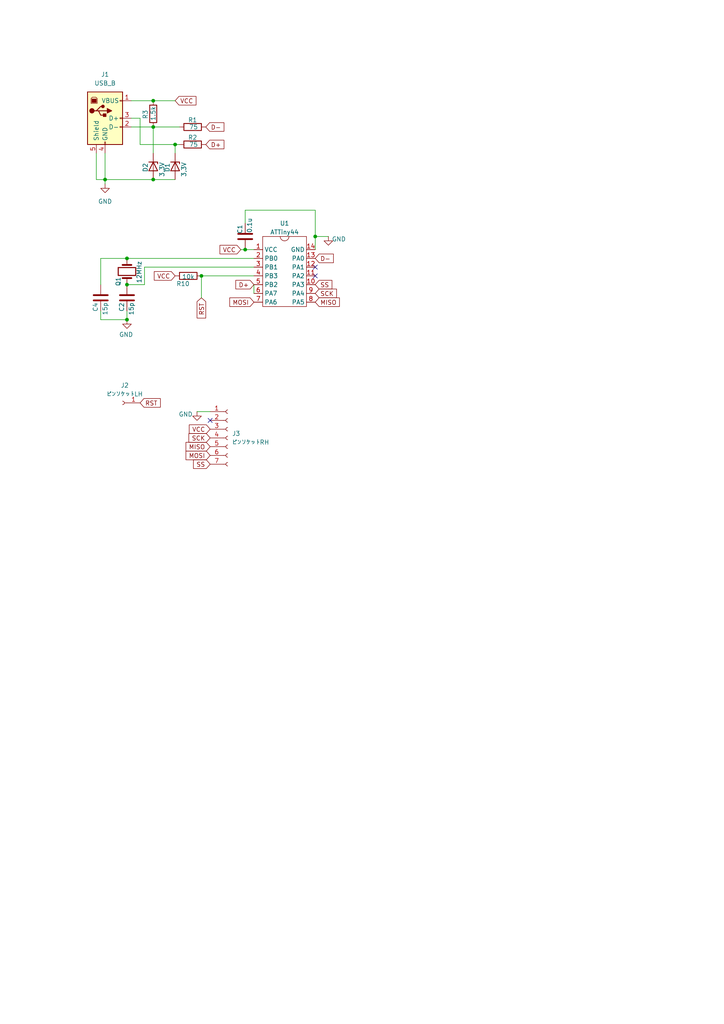
<source format=kicad_sch>
(kicad_sch (version 20250114) (generator "eeschema") (generator_version "9.0")
  (paper "A4" portrait)
  (lib_symbols
    (symbol "0Ore:ATTiny44"
      (property "Reference" "U" (at 0 0 0))
      (symbol "ATTiny44_0_1"
        (rectangle (start -6.35 -1.27) (end 6.35 -21.59))
        (arc (start 1.27 -1.27) (mid 0.898 -2.168) (end 0 -2.54))
        (arc (start 0 -2.54) (mid -0.898 -2.168) (end -1.27 -1.27))
      )
      (symbol "ATTiny44_1_1"
        (pin input line (at -8.89 -5.08 0) (length 2.54) (name "VCC") (number "1"))
        (pin input line (at -8.89 -7.62 0) (length 2.54) (name "PB0") (number "2"))
        (pin input line (at -8.89 -10.16 0) (length 2.54) (name "PB1") (number "3"))
        (pin input line (at -8.89 -12.7 0) (length 2.54) (name "PB3") (number "4"))
        (pin input line (at -8.89 -15.24 0) (length 2.54) (name "PB2") (number "5"))
        (pin input line (at -8.89 -17.78 0) (length 2.54) (name "PA7") (number "6"))
        (pin input line (at -8.89 -20.32 0) (length 2.54) (name "PA6") (number "7"))
        (pin input line (at 8.89 -5.08 180) (length 2.54) (name "GND") (number "14"))
        (pin input line (at 8.89 -7.62 180) (length 2.54) (name "PA0") (number "13"))
        (pin input line (at 8.89 -10.16 180) (length 2.54) (name "PA1") (number "12"))
        (pin input line (at 8.89 -12.7 180) (length 2.54) (name "PA2") (number "11"))
        (pin input line (at 8.89 -15.24 180) (length 2.54) (name "PA3") (number "10"))
        (pin input line (at 8.89 -17.78 180) (length 2.54) (name "PA4") (number "9"))
        (pin input line (at 8.89 -20.32 180) (length 2.54) (name "PA5") (number "8"))
      )
    )
    (symbol "Connector:Conn_01x01_Socket" (pin_names (offset 1.016) (hide yes))
      (property "Reference" "J" (at 0 2.54 0))
      (property "Value" "Conn_01x01_Socket" (at 0 -2.54 0))
      (symbol "Conn_01x01_Socket_1_1"
        (polyline (pts (xy -1.27 0) (xy -0.508 0)) (stroke (width 0.1524)))
        (arc (start 0 -0.508) (mid -0.5058 0) (end 0 0.508) (stroke (width 0.1524)))
        (pin passive line (at -5.08 0 0) (length 3.81) (name "Pin_1") (number "1"))
      )
    )
    (symbol "Connector:Conn_01x07_Socket" (pin_names (offset 1.016) (hide yes))
      (property "Reference" "J" (at 0 10.16 0))
      (property "Value" "Conn_01x07_Socket" (at 0 -10.16 0))
      (symbol "Conn_01x07_Socket_1_1"
        (polyline (pts (xy -1.27 7.62) (xy -0.508 7.62)) (stroke (width 0.1524)))
        (polyline (pts (xy -1.27 5.08) (xy -0.508 5.08)) (stroke (width 0.1524)))
        (polyline (pts (xy -1.27 2.54) (xy -0.508 2.54)) (stroke (width 0.1524)))
        (polyline (pts (xy -1.27 0) (xy -0.508 0)) (stroke (width 0.1524)))
        (polyline (pts (xy -1.27 -2.54) (xy -0.508 -2.54)) (stroke (width 0.1524)))
        (polyline (pts (xy -1.27 -5.08) (xy -0.508 -5.08)) (stroke (width 0.1524)))
        (polyline (pts (xy -1.27 -7.62) (xy -0.508 -7.62)) (stroke (width 0.1524)))
        (arc (start 0 7.112) (mid -0.5058 7.62) (end 0 8.128) (stroke (width 0.1524)))
        (arc (start 0 4.572) (mid -0.5058 5.08) (end 0 5.588) (stroke (width 0.1524)))
        (arc (start 0 2.032) (mid -0.5058 2.54) (end 0 3.048) (stroke (width 0.1524)))
        (arc (start 0 -0.508) (mid -0.5058 0) (end 0 0.508) (stroke (width 0.1524)))
        (arc (start 0 -3.048) (mid -0.5058 -2.54) (end 0 -2.032) (stroke (width 0.1524)))
        (arc (start 0 -5.588) (mid -0.5058 -5.08) (end 0 -4.572) (stroke (width 0.1524)))
        (arc (start 0 -8.128) (mid -0.5058 -7.62) (end 0 -7.112) (stroke (width 0.1524)))
        (pin passive line (at -5.08 7.62 0) (length 3.81) (name "Pin_1") (number "1"))
        (pin passive line (at -5.08 5.08 0) (length 3.81) (name "Pin_2") (number "2"))
        (pin passive line (at -5.08 2.54 0) (length 3.81) (name "Pin_3") (number "3"))
        (pin passive line (at -5.08 0 0) (length 3.81) (name "Pin_4") (number "4"))
        (pin passive line (at -5.08 -2.54 0) (length 3.81) (name "Pin_5") (number "5"))
        (pin passive line (at -5.08 -5.08 0) (length 3.81) (name "Pin_6") (number "6"))
        (pin passive line (at -5.08 -7.62 0) (length 3.81) (name "Pin_7") (number "7"))
      )
    )
    (symbol "Connector:USB_B" (pin_names (offset 1.016))
      (property "Reference" "J" (at -5.08 11.43 0))
      (property "Value" "USB_B" (at -5.08 8.89 0))
      (symbol "USB_B_0_1"
        (rectangle (start -5.08 -7.62) (end 5.08 7.62) (stroke (width 0.254)) (fill (type background)))
        (polyline (pts (xy -4.064 4.318) (xy -2.286 4.318) (xy -2.286 5.715) (xy -2.667 6.096) (xy -3.683 6.096) (xy -4.064 5.715) (xy -4.064 4.318)))
        (rectangle (start -3.81 5.588) (end -2.54 4.572) (fill (type outline)))
        (circle (center -3.81 2.159) (radius 0.635) (stroke (width 0.254)) (fill (type outline)))
        (polyline (pts (xy -3.175 2.159) (xy -2.54 2.159) (xy -1.27 3.429) (xy -0.635 3.429)) (stroke (width 0.254)))
        (polyline (pts (xy -2.54 2.159) (xy -1.905 2.159) (xy -1.27 0.889) (xy 0 0.889)) (stroke (width 0.254)))
        (polyline (pts (xy -1.905 2.159) (xy 0.635 2.159)) (stroke (width 0.254)))
        (circle (center -0.635 3.429) (radius 0.381) (stroke (width 0.254)) (fill (type outline)))
        (rectangle (start -0.127 -7.62) (end 0.127 -6.858))
        (rectangle (start 0.254 1.27) (end -0.508 0.508) (stroke (width 0.254)) (fill (type outline)))
        (polyline (pts (xy 0.635 2.794) (xy 0.635 1.524) (xy 1.905 2.159) (xy 0.635 2.794)) (stroke (width 0.254)) (fill (type outline)))
        (rectangle (start 5.08 4.953) (end 4.318 5.207))
        (rectangle (start 5.08 -0.127) (end 4.318 0.127))
        (rectangle (start 5.08 -2.667) (end 4.318 -2.413))
      )
      (symbol "USB_B_1_1"
        (pin passive line (at -2.54 -10.16 90) (length 2.54) (name "Shield") (number "5"))
        (pin power_out line (at 0 -10.16 90) (length 2.54) (name "GND") (number "4"))
        (pin power_out line (at 7.62 5.08 180) (length 2.54) (name "VBUS") (number "1"))
        (pin bidirectional line (at 7.62 0 180) (length 2.54) (name "D+") (number "3"))
        (pin bidirectional line (at 7.62 -2.54 180) (length 2.54) (name "D-") (number "2"))
      )
    )
    (symbol "Device:C" (pin_numbers (hide yes)) (pin_names (offset 0.254))
      (property "Reference" "C" (at 0.635 2.54 0))
      (property "Value" "C" (at 0.635 -2.54 0))
      (symbol "C_0_1"
        (polyline (pts (xy -2.032 0.762) (xy 2.032 0.762)) (stroke (width 0.508)))
        (polyline (pts (xy -2.032 -0.762) (xy 2.032 -0.762)) (stroke (width 0.508)))
      )
      (symbol "C_1_1"
        (pin passive line (at 0 3.81 270) (length 2.794) (name "~") (number "1"))
        (pin passive line (at 0 -3.81 90) (length 2.794) (name "~") (number "2"))
      )
    )
    (symbol "Device:Crystal" (pin_numbers (hide yes)) (pin_names (offset 1.016) (hide yes))
      (property "Reference" "Y" (at 0 3.81 0))
      (property "Value" "Crystal" (at 0 -3.81 0))
      (symbol "Crystal_0_1"
        (polyline (pts (xy -2.54 0) (xy -1.905 0)))
        (polyline (pts (xy -1.905 -1.27) (xy -1.905 1.27)) (stroke (width 0.508)))
        (rectangle (start -1.143 2.54) (end 1.143 -2.54) (stroke (width 0.3048)))
        (polyline (pts (xy 1.905 -1.27) (xy 1.905 1.27)) (stroke (width 0.508)))
        (polyline (pts (xy 2.54 0) (xy 1.905 0)))
      )
      (symbol "Crystal_1_1"
        (pin passive line (at -3.81 0 0) (length 1.27) (name "1") (number "1"))
        (pin passive line (at 3.81 0 180) (length 1.27) (name "2") (number "2"))
      )
    )
    (symbol "Device:D_Zener" (pin_numbers (hide yes)) (pin_names (offset 1.016) (hide yes))
      (property "Reference" "D" (at 0 2.54 0))
      (property "Value" "D_Zener" (at 0 -2.54 0))
      (symbol "D_Zener_0_1"
        (polyline (pts (xy -1.27 -1.27) (xy -1.27 1.27) (xy -0.762 1.27)) (stroke (width 0.254)))
        (polyline (pts (xy 1.27 0) (xy -1.27 0)))
        (polyline (pts (xy 1.27 -1.27) (xy 1.27 1.27) (xy -1.27 0) (xy 1.27 -1.27)) (stroke (width 0.254)))
      )
      (symbol "D_Zener_1_1"
        (pin passive line (at -3.81 0 0) (length 2.54) (name "K") (number "1"))
        (pin passive line (at 3.81 0 180) (length 2.54) (name "A") (number "2"))
      )
    )
    (symbol "Device:R" (pin_numbers (hide yes)) (pin_names (offset 0))
      (property "Reference" "R" (at 2.032 0 90))
      (property "Value" "R" (at 0 0 90))
      (symbol "R_0_1"
        (rectangle (start -1.016 -2.54) (end 1.016 2.54) (stroke (width 0.254)))
      )
      (symbol "R_1_1"
        (pin passive line (at 0 3.81 270) (length 1.27) (name "~") (number "1"))
        (pin passive line (at 0 -3.81 90) (length 1.27) (name "~") (number "2"))
      )
    )
    (symbol "power:GND" (power) (pin_numbers (hide yes)) (pin_names (offset 0) (hide yes))
      (property "Value" "GND" (at 0 -3.81 0))
      (symbol "GND_0_1"
        (polyline (pts (xy 0 0) (xy 0 -1.27) (xy 1.27 -1.27) (xy 0 -2.54) (xy -1.27 -1.27) (xy 0 -1.27)))
      )
      (symbol "GND_1_1"
        (pin power_in line (at 0 0 270) (length 0) (name "~") (number "1"))
      )
    )
  )
  (junction (at 44.45 52.07))
  (junction (at 44.45 36.83))
  (junction (at 50.8 41.91))
  (junction (at 44.45 29.21))
  (junction (at 36.83 92.71))
  (junction (at 71.12 72.39))
  (junction (at 91.44 68.58))
  (junction (at 58.42 80.01))
  (junction (at 36.83 74.93))
  (junction (at 36.83 82.55))
  (junction (at 30.48 52.07))
  (no_connect (at 91.44 77.47))
  (no_connect (at 60.96 121.92))
  (no_connect (at 91.44 80.01))
  (wire (pts (xy 71.12 60.96) (xy 91.44 60.96)))
  (wire (pts (xy 91.44 68.58) (xy 95.25 68.58)))
  (wire (pts (xy 50.8 41.91) (xy 50.8 44.45)))
  (wire (pts (xy 58.42 80.01) (xy 73.66 80.01)))
  (wire (pts (xy 44.45 44.45) (xy 44.45 36.83)))
  (wire (pts (xy 50.8 29.21) (xy 44.45 29.21)))
  (wire (pts (xy 30.48 53.34) (xy 30.48 52.07)))
  (wire (pts (xy 38.1 34.29) (xy 40.64 34.29)))
  (wire (pts (xy 38.1 36.83) (xy 44.45 36.83)))
  (wire (pts (xy 30.48 52.07) (xy 44.45 52.07)))
  (wire (pts (xy 91.44 60.96) (xy 91.44 68.58)))
  (wire (pts (xy 40.64 34.29) (xy 40.64 41.91)))
  (wire (pts (xy 29.21 90.17) (xy 29.21 92.71)))
  (wire (pts (xy 36.83 74.93) (xy 73.66 74.93)))
  (wire (pts (xy 57.15 119.38) (xy 60.96 119.38)))
  (wire (pts (xy 27.94 52.07) (xy 30.48 52.07)))
  (wire (pts (xy 50.8 41.91) (xy 40.64 41.91)))
  (wire (pts (xy 29.21 74.93) (xy 36.83 74.93)))
  (wire (pts (xy 44.45 29.21) (xy 38.1 29.21)))
  (wire (pts (xy 29.21 82.55) (xy 29.21 74.93)))
  (wire (pts (xy 44.45 52.07) (xy 50.8 52.07)))
  (wire (pts (xy 27.94 52.07) (xy 27.94 44.45)))
  (wire (pts (xy 44.45 36.83) (xy 52.07 36.83)))
  (wire (pts (xy 69.85 72.39) (xy 71.12 72.39)))
  (wire (pts (xy 58.42 80.01) (xy 58.42 86.36)))
  (wire (pts (xy 41.91 82.55) (xy 36.83 82.55)))
  (wire (pts (xy 41.91 77.47) (xy 41.91 82.55)))
  (wire (pts (xy 71.12 72.39) (xy 73.66 72.39)))
  (wire (pts (xy 30.48 52.07) (xy 30.48 44.45)))
  (wire (pts (xy 71.12 64.77) (xy 71.12 60.96)))
  (wire (pts (xy 29.21 92.71) (xy 36.83 92.71)))
  (wire (pts (xy 52.07 41.91) (xy 50.8 41.91)))
  (wire (pts (xy 36.83 92.71) (xy 36.83 90.17)))
  (wire (pts (xy 73.66 77.47) (xy 41.91 77.47)))
  (wire (pts (xy 91.44 72.39) (xy 91.44 68.58)))
  (wire (pts (xy 73.66 82.55) (xy 73.66 85.09)))
  (global_label "SS" (shape input) (at 91.44 82.55 0) (property "Intersheetrefs" "${INTERSHEET_REFS}" (effects (hide yes))))
  (global_label "RST" (shape input) (at 40.64 116.84 0) (property "Intersheetrefs" "${INTERSHEET_REFS}" (effects (hide yes))))
  (global_label "MISO" (shape input) (at 91.44 87.63 0) (property "Intersheetrefs" "${INTERSHEET_REFS}" (effects (hide yes))))
  (global_label "VCC" (shape input) (at 60.96 124.46 180) (property "Intersheetrefs" "${INTERSHEET_REFS}" (effects (hide yes))))
  (global_label "MOSI" (shape input) (at 73.66 87.63 180) (property "Intersheetrefs" "${INTERSHEET_REFS}" (effects (hide yes))))
  (global_label "D-" (shape input) (at 59.69 36.83 0) (property "Intersheetrefs" "${INTERSHEET_REFS}" (effects (hide yes))))
  (global_label "RST" (shape input) (at 58.42 86.36 270) (property "Intersheetrefs" "${INTERSHEET_REFS}" (effects (hide yes))))
  (global_label "VCC" (shape input) (at 50.8 29.21 0) (property "Intersheetrefs" "${INTERSHEET_REFS}" (effects (hide yes))))
  (global_label "SCK" (shape input) (at 91.44 85.09 0) (property "Intersheetrefs" "${INTERSHEET_REFS}" (effects (hide yes))))
  (global_label "D+" (shape input) (at 73.66 82.55 180) (property "Intersheetrefs" "${INTERSHEET_REFS}" (effects (hide yes))))
  (global_label "D-" (shape input) (at 91.44 74.93 0) (property "Intersheetrefs" "${INTERSHEET_REFS}" (effects (hide yes))))
  (global_label "MISO" (shape input) (at 60.96 129.54 180) (property "Intersheetrefs" "${INTERSHEET_REFS}" (effects (hide yes))))
  (global_label "SCK" (shape input) (at 60.96 127 180) (property "Intersheetrefs" "${INTERSHEET_REFS}" (effects (hide yes))))
  (global_label "VCC" (shape input) (at 69.85 72.39 180) (property "Intersheetrefs" "${INTERSHEET_REFS}" (effects (hide yes))))
  (global_label "VCC" (shape input) (at 50.8 80.01 180) (property "Intersheetrefs" "${INTERSHEET_REFS}" (effects (hide yes))))
  (global_label "SS" (shape input) (at 60.96 134.62 180) (property "Intersheetrefs" "${INTERSHEET_REFS}" (effects (hide yes))))
  (global_label "D+" (shape input) (at 59.69 41.91 0) (property "Intersheetrefs" "${INTERSHEET_REFS}" (effects (hide yes))))
  (global_label "MOSI" (shape input) (at 60.96 132.08 180) (property "Intersheetrefs" "${INTERSHEET_REFS}" (effects (hide yes))))
  (symbol (lib_id "Connector:USB_B") (at 30.48 34.29 0) (unit 1)
    (property "Reference" "J1" (at 30.48 21.59 0))
    (property "Value" "USB_B" (at 30.48 24.13 0))
    (property "Description" "USB Type B connector" (effects (hide yes)))
  )
  (symbol (lib_id "power:GND") (at 57.15 119.38 0) (unit 1)
    (property "Reference" "#PWR04" (effects (hide yes)))
    (property "Value" "GND" (at 53.848 120.142 0))
    (property "Description" "Power symbol creates a global label with name \"GND\" , ground" (effects (hide yes)))
  )
  (symbol (lib_id "power:GND") (at 95.25 68.58 0) (unit 1)
    (property "Reference" "#PWR02" (effects (hide yes)))
    (property "Value" "GND" (at 98.298 69.342 0))
    (property "Description" "Power symbol creates a global label with name \"GND\" , ground" (effects (hide yes)))
  )
  (symbol (lib_id "Device:C") (at 36.83 86.36 0) (unit 1)
    (property "Reference" "C2" (at 35.306 90.424 90) (effects (justify left)))
    (property "Value" "15p" (at 38.1 91.44 90) (effects (justify left)))
    (property "Description" "Unpolarized capacitor" (effects (hide yes)))
  )
  (symbol (lib_id "Device:R") (at 44.45 33.02 0) (unit 1)
    (property "Reference" "R3" (at 42.164 34.544 90) (effects (justify left)))
    (property "Value" "1.5k" (at 44.45 35.052 90) (effects (justify left)))
    (property "Description" "Resistor" (effects (hide yes)))
  )
  (symbol (lib_id "Device:R") (at 55.88 36.83 90) (unit 1)
    (property "Reference" "R1" (at 55.88 34.798 90))
    (property "Value" "75" (at 56.134 36.83 90))
    (property "Description" "Resistor" (effects (hide yes)))
  )
  (symbol (lib_id "Device:D_Zener") (at 50.8 48.26 270) (unit 1)
    (property "Reference" "D1" (at 48.514 47.244 0) (effects (justify left)))
    (property "Value" "3,3V" (at 53.34 46.99 0) (effects (justify left)))
    (property "Description" "Zener diode" (effects (hide yes)))
  )
  (symbol (lib_id "power:GND") (at 30.48 53.34 0) (unit 1)
    (property "Reference" "#PWR01" (effects (hide yes)))
    (property "Value" "GND" (at 30.48 58.42 0))
    (property "Description" "Power symbol creates a global label with name \"GND\" , ground" (effects (hide yes)))
  )
  (symbol (lib_id "Device:C") (at 29.21 86.36 0) (unit 1)
    (property "Reference" "C4" (at 27.686 90.424 90) (effects (justify left)))
    (property "Value" "15p" (at 30.48 91.44 90) (effects (justify left)))
    (property "Description" "Unpolarized capacitor" (effects (hide yes)))
  )
  (symbol (lib_id "Device:R") (at 55.88 41.91 90) (unit 1)
    (property "Reference" "R2" (at 55.88 39.878 90))
    (property "Value" "75" (at 56.134 41.91 90))
    (property "Description" "Resistor" (effects (hide yes)))
  )
  (symbol (lib_id "Connector:Conn_01x01_Socket") (at 35.56 116.84 180) (unit 1)
    (property "Reference" "J2" (at 36.195 111.76 0))
    (property "Value" "ピンソケットLH" (at 36.195 114.3 0))
    (property "Description" "Generic connector, single row, 01x01, script generated" (effects (hide yes)))
  )
  (symbol (lib_id "Device:Crystal") (at 36.83 78.74 270) (unit 1)
    (property "Reference" "Q1" (at 34.29 80.264 0) (effects (justify left)))
    (property "Value" "12MHz" (at 40.386 75.692 0) (effects (justify left)))
    (property "Description" "Two pin crystal" (effects (hide yes)))
  )
  (symbol (lib_id "power:GND") (at 36.83 92.71 0) (unit 1)
    (property "Reference" "#PWR03" (effects (hide yes)))
    (property "Value" "GND" (at 36.576 97.028 0))
    (property "Description" "Power symbol creates a global label with name \"GND\" , ground" (effects (hide yes)))
  )
  (symbol (lib_id "Connector:Conn_01x07_Socket") (at 66.04 127 0) (unit 1)
    (property "Reference" "J3" (at 67.31 125.7299 0) (effects (justify left)))
    (property "Value" "ピンソケットRH" (at 67.31 128.2699 0) (effects (justify left)))
    (property "Description" "Generic connector, single row, 01x07, script generated" (effects (hide yes)))
  )
  (symbol (lib_id "Device:R") (at 54.61 80.01 90) (unit 1)
    (property "Reference" "R10" (at 53.086 82.296 90))
    (property "Value" "10k" (at 54.61 80.264 90))
    (property "Description" "Resistor" (effects (hide yes)))
  )
  (symbol (lib_id "Device:D_Zener") (at 44.45 48.26 270) (unit 1)
    (property "Reference" "D2" (at 42.164 47.244 0) (effects (justify left)))
    (property "Value" "3,3V" (at 46.99 46.99 0) (effects (justify left)))
    (property "Description" "Zener diode" (effects (hide yes)))
  )
  (symbol (lib_id "Device:C") (at 71.12 68.58 0) (unit 1)
    (property "Reference" "C1" (at 69.596 67.818 90) (effects (justify left)))
    (property "Value" "0.1u" (at 72.39 67.564 90) (effects (justify left)))
    (property "Description" "Unpolarized capacitor" (effects (hide yes)))
  )
  (symbol (lib_id "0Ore:ATTiny44") (at 82.55 67.31 0) (unit 1)
    (property "Reference" "U1" (at 82.55 64.77 0))
    (property "Value" "ATTiny44" (at 82.55 67.31 0))
  )
)
</source>
